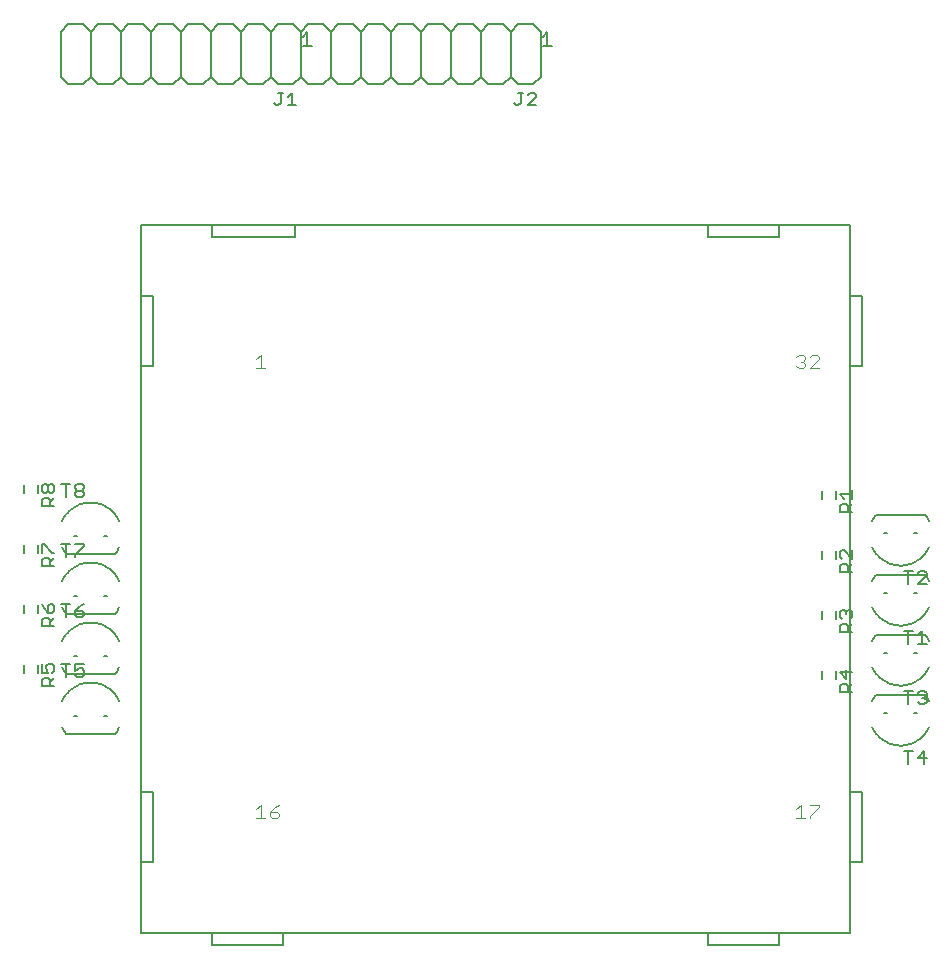
<source format=gto>
G75*
%MOIN*%
%OFA0B0*%
%FSLAX24Y24*%
%IPPOS*%
%LPD*%
%AMOC8*
5,1,8,0,0,1.08239X$1,22.5*
%
%ADD10C,0.0050*%
%ADD11C,0.0040*%
%ADD12C,0.0060*%
%ADD13C,0.0080*%
D10*
X004789Y000789D02*
X007151Y000789D01*
X007151Y000395D01*
X009513Y000395D01*
X009513Y000789D01*
X023687Y000789D01*
X023687Y000395D01*
X026049Y000395D01*
X026049Y000789D01*
X028411Y000789D01*
X028411Y003151D01*
X028805Y003151D01*
X028805Y005513D01*
X028411Y005513D01*
X028411Y019687D01*
X028805Y019687D01*
X028805Y022049D01*
X028411Y022049D01*
X028411Y024411D01*
X026049Y024411D01*
X026049Y024017D01*
X023687Y024017D01*
X023687Y024411D01*
X009907Y024411D01*
X009907Y024017D01*
X007151Y024017D01*
X007151Y024411D01*
X004789Y024411D01*
X004789Y022049D01*
X005183Y022049D01*
X005183Y019687D01*
X004789Y019687D01*
X004789Y005513D01*
X005183Y005513D01*
X005183Y003151D01*
X004789Y003151D01*
X004789Y000789D01*
X004789Y003151D02*
X004789Y005513D01*
X003925Y007450D02*
X002275Y007450D01*
X002547Y008050D02*
X002653Y008050D01*
X002150Y007653D02*
X002177Y007599D01*
X002207Y007548D01*
X002240Y007498D01*
X002275Y007450D01*
X002150Y008547D02*
X002179Y008604D01*
X002212Y008660D01*
X002247Y008713D01*
X002287Y008764D01*
X002329Y008812D01*
X002374Y008858D01*
X002421Y008901D01*
X002471Y008941D01*
X002524Y008978D01*
X002579Y009011D01*
X002635Y009042D01*
X002694Y009068D01*
X002754Y009091D01*
X002815Y009111D01*
X002877Y009126D01*
X002940Y009138D01*
X003004Y009146D01*
X003068Y009150D01*
X003132Y009150D01*
X003196Y009146D01*
X003260Y009138D01*
X003323Y009126D01*
X003385Y009111D01*
X003446Y009091D01*
X003506Y009068D01*
X003565Y009042D01*
X003621Y009011D01*
X003676Y008978D01*
X003729Y008941D01*
X003779Y008901D01*
X003826Y008858D01*
X003871Y008812D01*
X003913Y008764D01*
X003953Y008713D01*
X003988Y008660D01*
X004021Y008604D01*
X004050Y008547D01*
X003653Y008050D02*
X003547Y008050D01*
X004054Y007662D02*
X004027Y007606D01*
X003996Y007552D01*
X003962Y007500D01*
X003925Y007450D01*
X003925Y009450D02*
X002275Y009450D01*
X002275Y009325D02*
X002275Y009775D01*
X002125Y009775D02*
X002425Y009775D01*
X002585Y009775D02*
X002585Y009550D01*
X002736Y009625D01*
X002811Y009625D01*
X002886Y009550D01*
X002886Y009400D01*
X002811Y009325D01*
X002660Y009325D01*
X002585Y009400D01*
X002585Y009775D02*
X002886Y009775D01*
X002653Y010050D02*
X002547Y010050D01*
X002150Y009653D02*
X002177Y009599D01*
X002207Y009548D01*
X002240Y009498D01*
X002275Y009450D01*
X002150Y010547D02*
X002179Y010604D01*
X002212Y010660D01*
X002247Y010713D01*
X002287Y010764D01*
X002329Y010812D01*
X002374Y010858D01*
X002421Y010901D01*
X002471Y010941D01*
X002524Y010978D01*
X002579Y011011D01*
X002635Y011042D01*
X002694Y011068D01*
X002754Y011091D01*
X002815Y011111D01*
X002877Y011126D01*
X002940Y011138D01*
X003004Y011146D01*
X003068Y011150D01*
X003132Y011150D01*
X003196Y011146D01*
X003260Y011138D01*
X003323Y011126D01*
X003385Y011111D01*
X003446Y011091D01*
X003506Y011068D01*
X003565Y011042D01*
X003621Y011011D01*
X003676Y010978D01*
X003729Y010941D01*
X003779Y010901D01*
X003826Y010858D01*
X003871Y010812D01*
X003913Y010764D01*
X003953Y010713D01*
X003988Y010660D01*
X004021Y010604D01*
X004050Y010547D01*
X003653Y010050D02*
X003547Y010050D01*
X004054Y009662D02*
X004027Y009606D01*
X003996Y009552D01*
X003962Y009500D01*
X003925Y009450D01*
X003925Y011450D02*
X002275Y011450D01*
X002275Y011325D02*
X002275Y011775D01*
X002125Y011775D02*
X002425Y011775D01*
X002585Y011550D02*
X002811Y011550D01*
X002886Y011475D01*
X002886Y011400D01*
X002811Y011325D01*
X002660Y011325D01*
X002585Y011400D01*
X002585Y011550D01*
X002736Y011700D01*
X002886Y011775D01*
X002653Y012050D02*
X002547Y012050D01*
X002150Y011653D02*
X002177Y011599D01*
X002207Y011548D01*
X002240Y011498D01*
X002275Y011450D01*
X002150Y012547D02*
X002179Y012604D01*
X002212Y012660D01*
X002247Y012713D01*
X002287Y012764D01*
X002329Y012812D01*
X002374Y012858D01*
X002421Y012901D01*
X002471Y012941D01*
X002524Y012978D01*
X002579Y013011D01*
X002635Y013042D01*
X002694Y013068D01*
X002754Y013091D01*
X002815Y013111D01*
X002877Y013126D01*
X002940Y013138D01*
X003004Y013146D01*
X003068Y013150D01*
X003132Y013150D01*
X003196Y013146D01*
X003260Y013138D01*
X003323Y013126D01*
X003385Y013111D01*
X003446Y013091D01*
X003506Y013068D01*
X003565Y013042D01*
X003621Y013011D01*
X003676Y012978D01*
X003729Y012941D01*
X003779Y012901D01*
X003826Y012858D01*
X003871Y012812D01*
X003913Y012764D01*
X003953Y012713D01*
X003988Y012660D01*
X004021Y012604D01*
X004050Y012547D01*
X003653Y012050D02*
X003547Y012050D01*
X004054Y011662D02*
X004027Y011606D01*
X003996Y011552D01*
X003962Y011500D01*
X003925Y011450D01*
X003925Y013450D02*
X002275Y013450D01*
X002275Y013325D02*
X002275Y013775D01*
X002125Y013775D02*
X002425Y013775D01*
X002585Y013775D02*
X002886Y013775D01*
X002886Y013700D01*
X002585Y013400D01*
X002585Y013325D01*
X002547Y014050D02*
X002653Y014050D01*
X002150Y013653D02*
X002177Y013599D01*
X002207Y013548D01*
X002240Y013498D01*
X002275Y013450D01*
X002150Y014547D02*
X002179Y014604D01*
X002212Y014660D01*
X002247Y014713D01*
X002287Y014764D01*
X002329Y014812D01*
X002374Y014858D01*
X002421Y014901D01*
X002471Y014941D01*
X002524Y014978D01*
X002579Y015011D01*
X002635Y015042D01*
X002694Y015068D01*
X002754Y015091D01*
X002815Y015111D01*
X002877Y015126D01*
X002940Y015138D01*
X003004Y015146D01*
X003068Y015150D01*
X003132Y015150D01*
X003196Y015146D01*
X003260Y015138D01*
X003323Y015126D01*
X003385Y015111D01*
X003446Y015091D01*
X003506Y015068D01*
X003565Y015042D01*
X003621Y015011D01*
X003676Y014978D01*
X003729Y014941D01*
X003779Y014901D01*
X003826Y014858D01*
X003871Y014812D01*
X003913Y014764D01*
X003953Y014713D01*
X003988Y014660D01*
X004021Y014604D01*
X004050Y014547D01*
X003653Y014050D02*
X003547Y014050D01*
X004054Y013662D02*
X004027Y013606D01*
X003996Y013552D01*
X003962Y013500D01*
X003925Y013450D01*
X002811Y015325D02*
X002660Y015325D01*
X002585Y015400D01*
X002585Y015475D01*
X002660Y015550D01*
X002811Y015550D01*
X002886Y015475D01*
X002886Y015400D01*
X002811Y015325D01*
X002811Y015550D02*
X002886Y015625D01*
X002886Y015700D01*
X002811Y015775D01*
X002660Y015775D01*
X002585Y015700D01*
X002585Y015625D01*
X002660Y015550D01*
X002425Y015775D02*
X002125Y015775D01*
X002275Y015775D02*
X002275Y015325D01*
X004789Y019687D02*
X004789Y022049D01*
X007151Y024411D02*
X009907Y024411D01*
X010165Y030375D02*
X010465Y030375D01*
X010315Y030375D02*
X010315Y030825D01*
X010165Y030675D01*
X018165Y030675D02*
X018315Y030825D01*
X018315Y030375D01*
X018165Y030375D02*
X018465Y030375D01*
X023687Y024411D02*
X026049Y024411D01*
X028411Y022049D02*
X028411Y019687D01*
X029275Y014750D02*
X030925Y014750D01*
X030653Y014150D02*
X030547Y014150D01*
X031050Y014547D02*
X031023Y014601D01*
X030993Y014652D01*
X030960Y014702D01*
X030925Y014750D01*
X031050Y013653D02*
X031021Y013596D01*
X030988Y013540D01*
X030953Y013487D01*
X030913Y013436D01*
X030871Y013388D01*
X030826Y013342D01*
X030779Y013299D01*
X030729Y013259D01*
X030676Y013222D01*
X030621Y013189D01*
X030565Y013158D01*
X030506Y013132D01*
X030446Y013109D01*
X030385Y013089D01*
X030323Y013074D01*
X030260Y013062D01*
X030196Y013054D01*
X030132Y013050D01*
X030068Y013050D01*
X030004Y013054D01*
X029940Y013062D01*
X029877Y013074D01*
X029815Y013089D01*
X029754Y013109D01*
X029694Y013132D01*
X029635Y013158D01*
X029579Y013189D01*
X029524Y013222D01*
X029471Y013259D01*
X029421Y013299D01*
X029374Y013342D01*
X029329Y013388D01*
X029287Y013436D01*
X029247Y013487D01*
X029212Y013540D01*
X029179Y013596D01*
X029150Y013653D01*
X029547Y014150D02*
X029653Y014150D01*
X029146Y014538D02*
X029173Y014594D01*
X029204Y014648D01*
X029238Y014700D01*
X029275Y014750D01*
X030204Y012875D02*
X030504Y012875D01*
X030354Y012875D02*
X030354Y012425D01*
X030665Y012425D02*
X030965Y012725D01*
X030965Y012800D01*
X030890Y012875D01*
X030740Y012875D01*
X030665Y012800D01*
X030925Y012750D02*
X029275Y012750D01*
X029547Y012150D02*
X029653Y012150D01*
X029146Y012538D02*
X029173Y012594D01*
X029204Y012648D01*
X029238Y012700D01*
X029275Y012750D01*
X029150Y011653D02*
X029179Y011596D01*
X029212Y011540D01*
X029247Y011487D01*
X029287Y011436D01*
X029329Y011388D01*
X029374Y011342D01*
X029421Y011299D01*
X029471Y011259D01*
X029524Y011222D01*
X029579Y011189D01*
X029635Y011158D01*
X029694Y011132D01*
X029754Y011109D01*
X029815Y011089D01*
X029877Y011074D01*
X029940Y011062D01*
X030004Y011054D01*
X030068Y011050D01*
X030132Y011050D01*
X030196Y011054D01*
X030260Y011062D01*
X030323Y011074D01*
X030385Y011089D01*
X030446Y011109D01*
X030506Y011132D01*
X030565Y011158D01*
X030621Y011189D01*
X030676Y011222D01*
X030729Y011259D01*
X030779Y011299D01*
X030826Y011342D01*
X030871Y011388D01*
X030913Y011436D01*
X030953Y011487D01*
X030988Y011540D01*
X031021Y011596D01*
X031050Y011653D01*
X030653Y012150D02*
X030547Y012150D01*
X030665Y012425D02*
X030965Y012425D01*
X031050Y012547D02*
X031023Y012601D01*
X030993Y012652D01*
X030960Y012702D01*
X030925Y012750D01*
X030815Y010875D02*
X030815Y010425D01*
X030665Y010425D02*
X030965Y010425D01*
X030925Y010750D02*
X029275Y010750D01*
X029547Y010150D02*
X029653Y010150D01*
X029146Y010538D02*
X029173Y010594D01*
X029204Y010648D01*
X029238Y010700D01*
X029275Y010750D01*
X030204Y010875D02*
X030504Y010875D01*
X030354Y010875D02*
X030354Y010425D01*
X030547Y010150D02*
X030653Y010150D01*
X031050Y010547D02*
X031023Y010601D01*
X030993Y010652D01*
X030960Y010702D01*
X030925Y010750D01*
X030815Y010875D02*
X030665Y010725D01*
X031050Y009653D02*
X031021Y009596D01*
X030988Y009540D01*
X030953Y009487D01*
X030913Y009436D01*
X030871Y009388D01*
X030826Y009342D01*
X030779Y009299D01*
X030729Y009259D01*
X030676Y009222D01*
X030621Y009189D01*
X030565Y009158D01*
X030506Y009132D01*
X030446Y009109D01*
X030385Y009089D01*
X030323Y009074D01*
X030260Y009062D01*
X030196Y009054D01*
X030132Y009050D01*
X030068Y009050D01*
X030004Y009054D01*
X029940Y009062D01*
X029877Y009074D01*
X029815Y009089D01*
X029754Y009109D01*
X029694Y009132D01*
X029635Y009158D01*
X029579Y009189D01*
X029524Y009222D01*
X029471Y009259D01*
X029421Y009299D01*
X029374Y009342D01*
X029329Y009388D01*
X029287Y009436D01*
X029247Y009487D01*
X029212Y009540D01*
X029179Y009596D01*
X029150Y009653D01*
X029275Y008750D02*
X030925Y008750D01*
X030965Y008725D02*
X030890Y008650D01*
X030965Y008575D01*
X030965Y008500D01*
X030890Y008425D01*
X030740Y008425D01*
X030665Y008500D01*
X030815Y008650D02*
X030890Y008650D01*
X030965Y008725D02*
X030965Y008800D01*
X030890Y008875D01*
X030740Y008875D01*
X030665Y008800D01*
X030504Y008875D02*
X030204Y008875D01*
X030354Y008875D02*
X030354Y008425D01*
X030547Y008150D02*
X030653Y008150D01*
X031050Y008547D02*
X031023Y008601D01*
X030993Y008652D01*
X030960Y008702D01*
X030925Y008750D01*
X031050Y007653D02*
X031021Y007596D01*
X030988Y007540D01*
X030953Y007487D01*
X030913Y007436D01*
X030871Y007388D01*
X030826Y007342D01*
X030779Y007299D01*
X030729Y007259D01*
X030676Y007222D01*
X030621Y007189D01*
X030565Y007158D01*
X030506Y007132D01*
X030446Y007109D01*
X030385Y007089D01*
X030323Y007074D01*
X030260Y007062D01*
X030196Y007054D01*
X030132Y007050D01*
X030068Y007050D01*
X030004Y007054D01*
X029940Y007062D01*
X029877Y007074D01*
X029815Y007089D01*
X029754Y007109D01*
X029694Y007132D01*
X029635Y007158D01*
X029579Y007189D01*
X029524Y007222D01*
X029471Y007259D01*
X029421Y007299D01*
X029374Y007342D01*
X029329Y007388D01*
X029287Y007436D01*
X029247Y007487D01*
X029212Y007540D01*
X029179Y007596D01*
X029150Y007653D01*
X029547Y008150D02*
X029653Y008150D01*
X029146Y008538D02*
X029173Y008594D01*
X029204Y008648D01*
X029238Y008700D01*
X029275Y008750D01*
X030204Y006875D02*
X030504Y006875D01*
X030354Y006875D02*
X030354Y006425D01*
X030665Y006650D02*
X030965Y006650D01*
X030890Y006425D02*
X030890Y006875D01*
X030665Y006650D01*
X028411Y005513D02*
X028411Y003151D01*
X026049Y000789D02*
X023687Y000789D01*
X009513Y000789D02*
X007151Y000789D01*
D11*
X008620Y004620D02*
X008927Y004620D01*
X008773Y004620D02*
X008773Y005080D01*
X008620Y004927D01*
X009080Y004850D02*
X009080Y004697D01*
X009157Y004620D01*
X009311Y004620D01*
X009387Y004697D01*
X009387Y004773D01*
X009311Y004850D01*
X009080Y004850D01*
X009234Y005004D01*
X009387Y005080D01*
X008927Y019620D02*
X008620Y019620D01*
X008773Y019620D02*
X008773Y020080D01*
X008620Y019927D01*
X026620Y020004D02*
X026697Y020080D01*
X026850Y020080D01*
X026927Y020004D01*
X026927Y019927D01*
X026850Y019850D01*
X026927Y019773D01*
X026927Y019697D01*
X026850Y019620D01*
X026697Y019620D01*
X026620Y019697D01*
X026773Y019850D02*
X026850Y019850D01*
X027080Y020004D02*
X027157Y020080D01*
X027311Y020080D01*
X027387Y020004D01*
X027387Y019927D01*
X027080Y019620D01*
X027387Y019620D01*
X027387Y005080D02*
X027080Y005080D01*
X026773Y005080D02*
X026773Y004620D01*
X026620Y004620D02*
X026927Y004620D01*
X027080Y004620D02*
X027080Y004697D01*
X027387Y005004D01*
X027387Y005080D01*
X026773Y005080D02*
X026620Y004927D01*
D12*
X027464Y009282D02*
X027464Y009518D01*
X027936Y009518D02*
X027936Y009282D01*
X027936Y011282D02*
X027936Y011518D01*
X027464Y011518D02*
X027464Y011282D01*
X027464Y013282D02*
X027464Y013518D01*
X027936Y013518D02*
X027936Y013282D01*
X027936Y015282D02*
X027936Y015518D01*
X027464Y015518D02*
X027464Y015282D01*
X017850Y029100D02*
X017350Y029100D01*
X017100Y029350D01*
X017100Y030850D01*
X016850Y031100D01*
X016350Y031100D01*
X016100Y030850D01*
X016100Y029350D01*
X015850Y029100D01*
X015350Y029100D01*
X015100Y029350D01*
X015100Y030850D01*
X014850Y031100D01*
X014350Y031100D01*
X014100Y030850D01*
X014100Y029350D01*
X013850Y029100D01*
X013350Y029100D01*
X013100Y029350D01*
X013100Y030850D01*
X012850Y031100D01*
X012350Y031100D01*
X012100Y030850D01*
X012100Y029350D01*
X011850Y029100D01*
X011350Y029100D01*
X011100Y029350D01*
X011100Y030850D01*
X011350Y031100D01*
X011850Y031100D01*
X012100Y030850D01*
X011100Y030850D02*
X010850Y031100D01*
X010350Y031100D01*
X010100Y030850D01*
X010100Y029350D01*
X010350Y029100D01*
X010850Y029100D01*
X011100Y029350D01*
X010100Y029350D02*
X009850Y029100D01*
X009350Y029100D01*
X009100Y029350D01*
X009100Y030850D01*
X008850Y031100D01*
X008350Y031100D01*
X008100Y030850D01*
X008100Y029350D01*
X007850Y029100D01*
X007350Y029100D01*
X007100Y029350D01*
X007100Y030850D01*
X006850Y031100D01*
X006350Y031100D01*
X006100Y030850D01*
X006100Y029350D01*
X005850Y029100D01*
X005350Y029100D01*
X005100Y029350D01*
X005100Y030850D01*
X004850Y031100D01*
X004350Y031100D01*
X004100Y030850D01*
X004100Y029350D01*
X003850Y029100D01*
X003350Y029100D01*
X003100Y029350D01*
X003100Y030850D01*
X003350Y031100D01*
X003850Y031100D01*
X004100Y030850D01*
X003100Y030850D02*
X002850Y031100D01*
X002350Y031100D01*
X002100Y030850D01*
X002100Y029350D01*
X002350Y029100D01*
X002850Y029100D01*
X003100Y029350D01*
X004100Y029350D02*
X004350Y029100D01*
X004850Y029100D01*
X005100Y029350D01*
X006100Y029350D02*
X006350Y029100D01*
X006850Y029100D01*
X007100Y029350D01*
X008100Y029350D02*
X008350Y029100D01*
X008850Y029100D01*
X009100Y029350D01*
X010100Y029350D02*
X010100Y030850D01*
X009850Y031100D01*
X009350Y031100D01*
X009100Y030850D01*
X008100Y030850D02*
X007850Y031100D01*
X007350Y031100D01*
X007100Y030850D01*
X006100Y030850D02*
X005850Y031100D01*
X005350Y031100D01*
X005100Y030850D01*
X012100Y029350D02*
X012350Y029100D01*
X012850Y029100D01*
X013100Y029350D01*
X014100Y029350D02*
X014350Y029100D01*
X014850Y029100D01*
X015100Y029350D01*
X016100Y029350D02*
X016350Y029100D01*
X016850Y029100D01*
X017100Y029350D01*
X017850Y029100D02*
X018100Y029350D01*
X018100Y030850D01*
X017850Y031100D01*
X017350Y031100D01*
X017100Y030850D01*
X016100Y030850D02*
X015850Y031100D01*
X015350Y031100D01*
X015100Y030850D01*
X014100Y030850D02*
X013850Y031100D01*
X013350Y031100D01*
X013100Y030850D01*
X001336Y015718D02*
X001336Y015482D01*
X000864Y015482D02*
X000864Y015718D01*
X000864Y013718D02*
X000864Y013482D01*
X001336Y013482D02*
X001336Y013718D01*
X001336Y011718D02*
X001336Y011482D01*
X000864Y011482D02*
X000864Y011718D01*
X000864Y009718D02*
X000864Y009482D01*
X001336Y009482D02*
X001336Y009718D01*
D13*
X001465Y009760D02*
X001465Y009480D01*
X001675Y009480D01*
X001605Y009620D01*
X001605Y009690D01*
X001675Y009760D01*
X001815Y009760D01*
X001885Y009690D01*
X001885Y009550D01*
X001815Y009480D01*
X001885Y009299D02*
X001745Y009159D01*
X001745Y009229D02*
X001745Y009019D01*
X001885Y009019D02*
X001465Y009019D01*
X001465Y009229D01*
X001535Y009299D01*
X001675Y009299D01*
X001745Y009229D01*
X001745Y011019D02*
X001745Y011229D01*
X001675Y011299D01*
X001535Y011299D01*
X001465Y011229D01*
X001465Y011019D01*
X001885Y011019D01*
X001745Y011159D02*
X001885Y011299D01*
X001815Y011480D02*
X001885Y011550D01*
X001885Y011690D01*
X001815Y011760D01*
X001745Y011760D01*
X001675Y011690D01*
X001675Y011480D01*
X001815Y011480D01*
X001675Y011480D02*
X001535Y011620D01*
X001465Y011760D01*
X001465Y013019D02*
X001465Y013229D01*
X001535Y013299D01*
X001675Y013299D01*
X001745Y013229D01*
X001745Y013019D01*
X001885Y013019D02*
X001465Y013019D01*
X001745Y013159D02*
X001885Y013299D01*
X001885Y013480D02*
X001815Y013480D01*
X001535Y013760D01*
X001465Y013760D01*
X001465Y013480D01*
X001465Y015019D02*
X001465Y015229D01*
X001535Y015299D01*
X001675Y015299D01*
X001745Y015229D01*
X001745Y015019D01*
X001885Y015019D02*
X001465Y015019D01*
X001745Y015159D02*
X001885Y015299D01*
X001815Y015480D02*
X001745Y015480D01*
X001675Y015550D01*
X001675Y015690D01*
X001745Y015760D01*
X001815Y015760D01*
X001885Y015690D01*
X001885Y015550D01*
X001815Y015480D01*
X001675Y015550D02*
X001605Y015480D01*
X001535Y015480D01*
X001465Y015550D01*
X001465Y015690D01*
X001535Y015760D01*
X001605Y015760D01*
X001675Y015690D01*
X009289Y028390D02*
X009359Y028390D01*
X009429Y028460D01*
X009429Y028810D01*
X009359Y028810D02*
X009499Y028810D01*
X009680Y028670D02*
X009820Y028810D01*
X009820Y028390D01*
X009680Y028390D02*
X009960Y028390D01*
X009289Y028390D02*
X009219Y028460D01*
X017219Y028460D02*
X017289Y028390D01*
X017359Y028390D01*
X017429Y028460D01*
X017429Y028810D01*
X017359Y028810D02*
X017499Y028810D01*
X017680Y028740D02*
X017750Y028810D01*
X017890Y028810D01*
X017960Y028740D01*
X017960Y028670D01*
X017680Y028390D01*
X017960Y028390D01*
X028485Y015560D02*
X028485Y015280D01*
X028485Y015420D02*
X028065Y015420D01*
X028205Y015280D01*
X028275Y015099D02*
X028345Y015029D01*
X028345Y014819D01*
X028485Y014819D02*
X028065Y014819D01*
X028065Y015029D01*
X028135Y015099D01*
X028275Y015099D01*
X028345Y014959D02*
X028485Y015099D01*
X028485Y013560D02*
X028485Y013280D01*
X028205Y013560D01*
X028135Y013560D01*
X028065Y013490D01*
X028065Y013350D01*
X028135Y013280D01*
X028135Y013099D02*
X028275Y013099D01*
X028345Y013029D01*
X028345Y012819D01*
X028485Y012819D02*
X028065Y012819D01*
X028065Y013029D01*
X028135Y013099D01*
X028345Y012959D02*
X028485Y013099D01*
X028415Y011560D02*
X028485Y011490D01*
X028485Y011350D01*
X028415Y011280D01*
X028485Y011099D02*
X028345Y010959D01*
X028345Y011029D02*
X028345Y010819D01*
X028485Y010819D02*
X028065Y010819D01*
X028065Y011029D01*
X028135Y011099D01*
X028275Y011099D01*
X028345Y011029D01*
X028135Y011280D02*
X028065Y011350D01*
X028065Y011490D01*
X028135Y011560D01*
X028205Y011560D01*
X028275Y011490D01*
X028345Y011560D01*
X028415Y011560D01*
X028275Y011490D02*
X028275Y011420D01*
X028275Y009560D02*
X028275Y009280D01*
X028065Y009490D01*
X028485Y009490D01*
X028485Y009099D02*
X028345Y008959D01*
X028345Y009029D02*
X028345Y008819D01*
X028485Y008819D02*
X028065Y008819D01*
X028065Y009029D01*
X028135Y009099D01*
X028275Y009099D01*
X028345Y009029D01*
M02*

</source>
